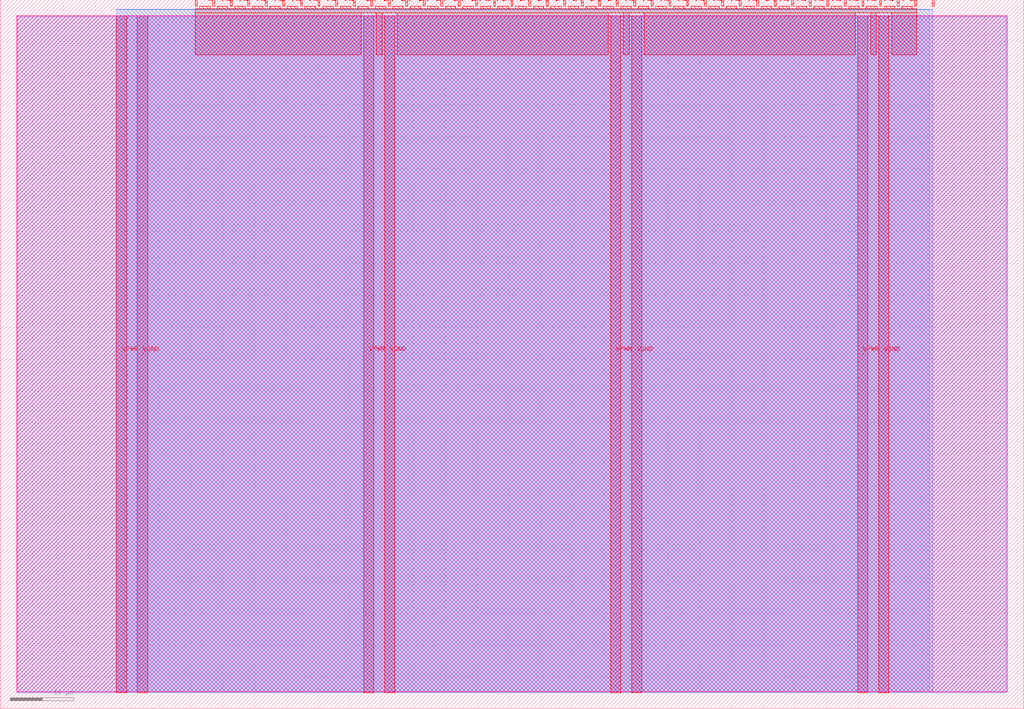
<source format=lef>
VERSION 5.7 ;
  NOWIREEXTENSIONATPIN ON ;
  DIVIDERCHAR "/" ;
  BUSBITCHARS "[]" ;
MACRO tt_um_jakedrew_qei
  CLASS BLOCK ;
  FOREIGN tt_um_jakedrew_qei ;
  ORIGIN 0.000 0.000 ;
  SIZE 161.000 BY 111.520 ;
  PIN VGND
    DIRECTION INOUT ;
    USE GROUND ;
    PORT
      LAYER met4 ;
        RECT 21.580 2.480 23.180 109.040 ;
    END
    PORT
      LAYER met4 ;
        RECT 60.450 2.480 62.050 109.040 ;
    END
    PORT
      LAYER met4 ;
        RECT 99.320 2.480 100.920 109.040 ;
    END
    PORT
      LAYER met4 ;
        RECT 138.190 2.480 139.790 109.040 ;
    END
  END VGND
  PIN VPWR
    DIRECTION INOUT ;
    USE POWER ;
    PORT
      LAYER met4 ;
        RECT 18.280 2.480 19.880 109.040 ;
    END
    PORT
      LAYER met4 ;
        RECT 57.150 2.480 58.750 109.040 ;
    END
    PORT
      LAYER met4 ;
        RECT 96.020 2.480 97.620 109.040 ;
    END
    PORT
      LAYER met4 ;
        RECT 134.890 2.480 136.490 109.040 ;
    END
  END VPWR
  PIN clk
    DIRECTION INPUT ;
    USE SIGNAL ;
    ANTENNAGATEAREA 0.852000 ;
    PORT
      LAYER met4 ;
        RECT 143.830 110.520 144.130 111.520 ;
    END
  END clk
  PIN ena
    DIRECTION INPUT ;
    USE SIGNAL ;
    PORT
      LAYER met4 ;
        RECT 146.590 110.520 146.890 111.520 ;
    END
  END ena
  PIN rst_n
    DIRECTION INPUT ;
    USE SIGNAL ;
    ANTENNAGATEAREA 0.196500 ;
    PORT
      LAYER met4 ;
        RECT 141.070 110.520 141.370 111.520 ;
    END
  END rst_n
  PIN ui_in[0]
    DIRECTION INPUT ;
    USE SIGNAL ;
    ANTENNAGATEAREA 0.196500 ;
    PORT
      LAYER met4 ;
        RECT 138.310 110.520 138.610 111.520 ;
    END
  END ui_in[0]
  PIN ui_in[1]
    DIRECTION INPUT ;
    USE SIGNAL ;
    ANTENNAGATEAREA 0.196500 ;
    PORT
      LAYER met4 ;
        RECT 135.550 110.520 135.850 111.520 ;
    END
  END ui_in[1]
  PIN ui_in[2]
    DIRECTION INPUT ;
    USE SIGNAL ;
    PORT
      LAYER met4 ;
        RECT 132.790 110.520 133.090 111.520 ;
    END
  END ui_in[2]
  PIN ui_in[3]
    DIRECTION INPUT ;
    USE SIGNAL ;
    PORT
      LAYER met4 ;
        RECT 130.030 110.520 130.330 111.520 ;
    END
  END ui_in[3]
  PIN ui_in[4]
    DIRECTION INPUT ;
    USE SIGNAL ;
    PORT
      LAYER met4 ;
        RECT 127.270 110.520 127.570 111.520 ;
    END
  END ui_in[4]
  PIN ui_in[5]
    DIRECTION INPUT ;
    USE SIGNAL ;
    PORT
      LAYER met4 ;
        RECT 124.510 110.520 124.810 111.520 ;
    END
  END ui_in[5]
  PIN ui_in[6]
    DIRECTION INPUT ;
    USE SIGNAL ;
    PORT
      LAYER met4 ;
        RECT 121.750 110.520 122.050 111.520 ;
    END
  END ui_in[6]
  PIN ui_in[7]
    DIRECTION INPUT ;
    USE SIGNAL ;
    PORT
      LAYER met4 ;
        RECT 118.990 110.520 119.290 111.520 ;
    END
  END ui_in[7]
  PIN uio_in[0]
    DIRECTION INPUT ;
    USE SIGNAL ;
    PORT
      LAYER met4 ;
        RECT 116.230 110.520 116.530 111.520 ;
    END
  END uio_in[0]
  PIN uio_in[1]
    DIRECTION INPUT ;
    USE SIGNAL ;
    PORT
      LAYER met4 ;
        RECT 113.470 110.520 113.770 111.520 ;
    END
  END uio_in[1]
  PIN uio_in[2]
    DIRECTION INPUT ;
    USE SIGNAL ;
    PORT
      LAYER met4 ;
        RECT 110.710 110.520 111.010 111.520 ;
    END
  END uio_in[2]
  PIN uio_in[3]
    DIRECTION INPUT ;
    USE SIGNAL ;
    PORT
      LAYER met4 ;
        RECT 107.950 110.520 108.250 111.520 ;
    END
  END uio_in[3]
  PIN uio_in[4]
    DIRECTION INPUT ;
    USE SIGNAL ;
    PORT
      LAYER met4 ;
        RECT 105.190 110.520 105.490 111.520 ;
    END
  END uio_in[4]
  PIN uio_in[5]
    DIRECTION INPUT ;
    USE SIGNAL ;
    PORT
      LAYER met4 ;
        RECT 102.430 110.520 102.730 111.520 ;
    END
  END uio_in[5]
  PIN uio_in[6]
    DIRECTION INPUT ;
    USE SIGNAL ;
    PORT
      LAYER met4 ;
        RECT 99.670 110.520 99.970 111.520 ;
    END
  END uio_in[6]
  PIN uio_in[7]
    DIRECTION INPUT ;
    USE SIGNAL ;
    PORT
      LAYER met4 ;
        RECT 96.910 110.520 97.210 111.520 ;
    END
  END uio_in[7]
  PIN uio_oe[0]
    DIRECTION OUTPUT ;
    USE SIGNAL ;
    PORT
      LAYER met4 ;
        RECT 49.990 110.520 50.290 111.520 ;
    END
  END uio_oe[0]
  PIN uio_oe[1]
    DIRECTION OUTPUT ;
    USE SIGNAL ;
    PORT
      LAYER met4 ;
        RECT 47.230 110.520 47.530 111.520 ;
    END
  END uio_oe[1]
  PIN uio_oe[2]
    DIRECTION OUTPUT ;
    USE SIGNAL ;
    PORT
      LAYER met4 ;
        RECT 44.470 110.520 44.770 111.520 ;
    END
  END uio_oe[2]
  PIN uio_oe[3]
    DIRECTION OUTPUT ;
    USE SIGNAL ;
    PORT
      LAYER met4 ;
        RECT 41.710 110.520 42.010 111.520 ;
    END
  END uio_oe[3]
  PIN uio_oe[4]
    DIRECTION OUTPUT ;
    USE SIGNAL ;
    PORT
      LAYER met4 ;
        RECT 38.950 110.520 39.250 111.520 ;
    END
  END uio_oe[4]
  PIN uio_oe[5]
    DIRECTION OUTPUT ;
    USE SIGNAL ;
    PORT
      LAYER met4 ;
        RECT 36.190 110.520 36.490 111.520 ;
    END
  END uio_oe[5]
  PIN uio_oe[6]
    DIRECTION OUTPUT ;
    USE SIGNAL ;
    PORT
      LAYER met4 ;
        RECT 33.430 110.520 33.730 111.520 ;
    END
  END uio_oe[6]
  PIN uio_oe[7]
    DIRECTION OUTPUT ;
    USE SIGNAL ;
    PORT
      LAYER met4 ;
        RECT 30.670 110.520 30.970 111.520 ;
    END
  END uio_oe[7]
  PIN uio_out[0]
    DIRECTION OUTPUT ;
    USE SIGNAL ;
    ANTENNADIFFAREA 0.643500 ;
    PORT
      LAYER met4 ;
        RECT 72.070 110.520 72.370 111.520 ;
    END
  END uio_out[0]
  PIN uio_out[1]
    DIRECTION OUTPUT ;
    USE SIGNAL ;
    ANTENNADIFFAREA 0.643500 ;
    PORT
      LAYER met4 ;
        RECT 69.310 110.520 69.610 111.520 ;
    END
  END uio_out[1]
  PIN uio_out[2]
    DIRECTION OUTPUT ;
    USE SIGNAL ;
    ANTENNADIFFAREA 0.643500 ;
    PORT
      LAYER met4 ;
        RECT 66.550 110.520 66.850 111.520 ;
    END
  END uio_out[2]
  PIN uio_out[3]
    DIRECTION OUTPUT ;
    USE SIGNAL ;
    ANTENNADIFFAREA 0.643500 ;
    PORT
      LAYER met4 ;
        RECT 63.790 110.520 64.090 111.520 ;
    END
  END uio_out[3]
  PIN uio_out[4]
    DIRECTION OUTPUT ;
    USE SIGNAL ;
    ANTENNADIFFAREA 0.643500 ;
    PORT
      LAYER met4 ;
        RECT 61.030 110.520 61.330 111.520 ;
    END
  END uio_out[4]
  PIN uio_out[5]
    DIRECTION OUTPUT ;
    USE SIGNAL ;
    ANTENNADIFFAREA 0.643500 ;
    PORT
      LAYER met4 ;
        RECT 58.270 110.520 58.570 111.520 ;
    END
  END uio_out[5]
  PIN uio_out[6]
    DIRECTION OUTPUT ;
    USE SIGNAL ;
    ANTENNADIFFAREA 0.643500 ;
    PORT
      LAYER met4 ;
        RECT 55.510 110.520 55.810 111.520 ;
    END
  END uio_out[6]
  PIN uio_out[7]
    DIRECTION OUTPUT ;
    USE SIGNAL ;
    ANTENNADIFFAREA 0.643500 ;
    PORT
      LAYER met4 ;
        RECT 52.750 110.520 53.050 111.520 ;
    END
  END uio_out[7]
  PIN uo_out[0]
    DIRECTION OUTPUT ;
    USE SIGNAL ;
    ANTENNADIFFAREA 0.643500 ;
    PORT
      LAYER met4 ;
        RECT 94.150 110.520 94.450 111.520 ;
    END
  END uo_out[0]
  PIN uo_out[1]
    DIRECTION OUTPUT ;
    USE SIGNAL ;
    ANTENNADIFFAREA 0.643500 ;
    PORT
      LAYER met4 ;
        RECT 91.390 110.520 91.690 111.520 ;
    END
  END uo_out[1]
  PIN uo_out[2]
    DIRECTION OUTPUT ;
    USE SIGNAL ;
    ANTENNADIFFAREA 0.643500 ;
    PORT
      LAYER met4 ;
        RECT 88.630 110.520 88.930 111.520 ;
    END
  END uo_out[2]
  PIN uo_out[3]
    DIRECTION OUTPUT ;
    USE SIGNAL ;
    ANTENNADIFFAREA 0.643500 ;
    PORT
      LAYER met4 ;
        RECT 85.870 110.520 86.170 111.520 ;
    END
  END uo_out[3]
  PIN uo_out[4]
    DIRECTION OUTPUT ;
    USE SIGNAL ;
    ANTENNADIFFAREA 0.643500 ;
    PORT
      LAYER met4 ;
        RECT 83.110 110.520 83.410 111.520 ;
    END
  END uo_out[4]
  PIN uo_out[5]
    DIRECTION OUTPUT ;
    USE SIGNAL ;
    ANTENNADIFFAREA 0.643500 ;
    PORT
      LAYER met4 ;
        RECT 80.350 110.520 80.650 111.520 ;
    END
  END uo_out[5]
  PIN uo_out[6]
    DIRECTION OUTPUT ;
    USE SIGNAL ;
    ANTENNADIFFAREA 0.643500 ;
    PORT
      LAYER met4 ;
        RECT 77.590 110.520 77.890 111.520 ;
    END
  END uo_out[6]
  PIN uo_out[7]
    DIRECTION OUTPUT ;
    USE SIGNAL ;
    ANTENNADIFFAREA 0.643500 ;
    PORT
      LAYER met4 ;
        RECT 74.830 110.520 75.130 111.520 ;
    END
  END uo_out[7]
  OBS
      LAYER nwell ;
        RECT 2.570 2.635 158.430 108.990 ;
      LAYER li1 ;
        RECT 2.760 2.635 158.240 108.885 ;
      LAYER met1 ;
        RECT 2.760 2.480 158.240 109.040 ;
      LAYER met2 ;
        RECT 18.310 2.535 146.640 110.005 ;
      LAYER met3 ;
        RECT 18.290 2.555 146.215 109.985 ;
      LAYER met4 ;
        RECT 31.370 110.120 33.030 110.520 ;
        RECT 34.130 110.120 35.790 110.520 ;
        RECT 36.890 110.120 38.550 110.520 ;
        RECT 39.650 110.120 41.310 110.520 ;
        RECT 42.410 110.120 44.070 110.520 ;
        RECT 45.170 110.120 46.830 110.520 ;
        RECT 47.930 110.120 49.590 110.520 ;
        RECT 50.690 110.120 52.350 110.520 ;
        RECT 53.450 110.120 55.110 110.520 ;
        RECT 56.210 110.120 57.870 110.520 ;
        RECT 58.970 110.120 60.630 110.520 ;
        RECT 61.730 110.120 63.390 110.520 ;
        RECT 64.490 110.120 66.150 110.520 ;
        RECT 67.250 110.120 68.910 110.520 ;
        RECT 70.010 110.120 71.670 110.520 ;
        RECT 72.770 110.120 74.430 110.520 ;
        RECT 75.530 110.120 77.190 110.520 ;
        RECT 78.290 110.120 79.950 110.520 ;
        RECT 81.050 110.120 82.710 110.520 ;
        RECT 83.810 110.120 85.470 110.520 ;
        RECT 86.570 110.120 88.230 110.520 ;
        RECT 89.330 110.120 90.990 110.520 ;
        RECT 92.090 110.120 93.750 110.520 ;
        RECT 94.850 110.120 96.510 110.520 ;
        RECT 97.610 110.120 99.270 110.520 ;
        RECT 100.370 110.120 102.030 110.520 ;
        RECT 103.130 110.120 104.790 110.520 ;
        RECT 105.890 110.120 107.550 110.520 ;
        RECT 108.650 110.120 110.310 110.520 ;
        RECT 111.410 110.120 113.070 110.520 ;
        RECT 114.170 110.120 115.830 110.520 ;
        RECT 116.930 110.120 118.590 110.520 ;
        RECT 119.690 110.120 121.350 110.520 ;
        RECT 122.450 110.120 124.110 110.520 ;
        RECT 125.210 110.120 126.870 110.520 ;
        RECT 127.970 110.120 129.630 110.520 ;
        RECT 130.730 110.120 132.390 110.520 ;
        RECT 133.490 110.120 135.150 110.520 ;
        RECT 136.250 110.120 137.910 110.520 ;
        RECT 139.010 110.120 140.670 110.520 ;
        RECT 141.770 110.120 143.430 110.520 ;
        RECT 30.655 109.440 144.145 110.120 ;
        RECT 30.655 102.855 56.750 109.440 ;
        RECT 59.150 102.855 60.050 109.440 ;
        RECT 62.450 102.855 95.620 109.440 ;
        RECT 98.020 102.855 98.920 109.440 ;
        RECT 101.320 102.855 134.490 109.440 ;
        RECT 136.890 102.855 137.790 109.440 ;
        RECT 140.190 102.855 144.145 109.440 ;
  END
END tt_um_jakedrew_qei
END LIBRARY


</source>
